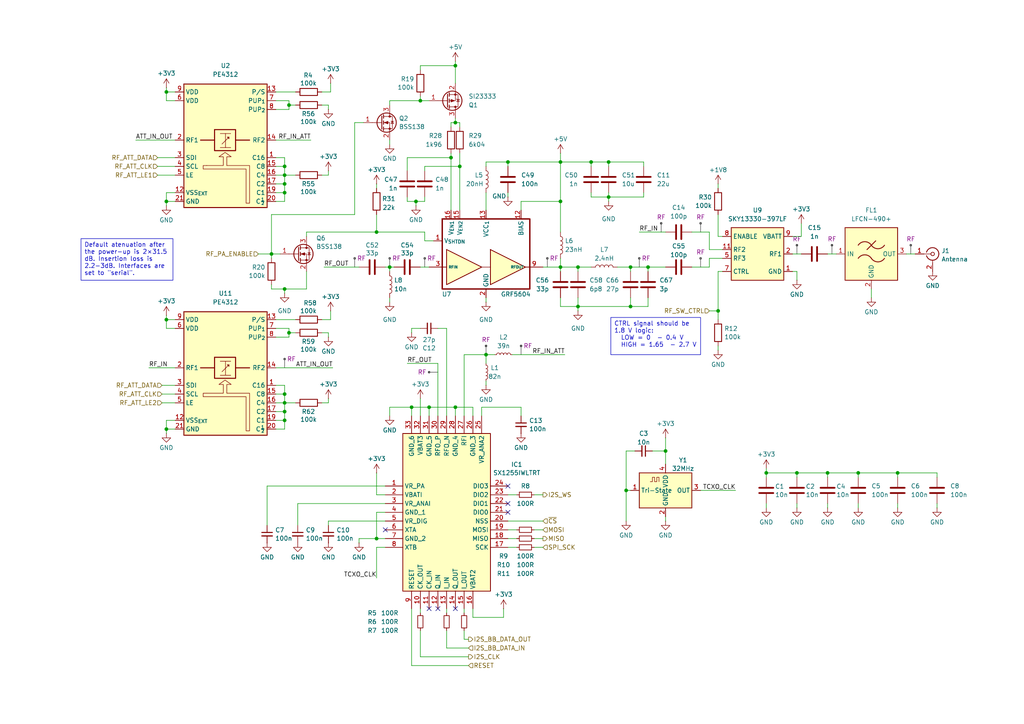
<source format=kicad_sch>
(kicad_sch (version 20250114) (generator "eeschema") (generator_version "9.0")
  (paper "A4")
  (title_block (title "LinHT - Linux-based SDR handheld transceiver") (date "2025-12-03") (rev "B") (company "M17 Foundation") (comment 1 "Author: Wojciech SP5WWP, Andy OE3ANC, Vlastimil OK5VAS"))
  (text_box "CTRL signal should be 1.8 V logic:\n  LOW = 0  - 0.4 V\n  HIGH = 1.65  - 2.7 V" (at 177.165 92.075 0) (size 26.035 10.795) (margins 0.9525 0.9525 0.9525 0.9525) (effects (font (size 1.27 1.27)) (justify left top)))
  (text_box "Default atenuation after the power-up is 2×31.5 dB. Insertion loss is 2.2-3dB. Interfaces are set to \"serial\"." (at 23.495 69.215 0) (size 26.67 12.065) (margins 0.9525 0.9525 0.9525 0.9525) (effects (font (size 1.27 1.27)) (justify left top)))
  (junction (at 83.82 96.52))
  (junction (at 119.38 118.11))
  (junction (at 248.92 137.16))
  (junction (at 82.55 53.34))
  (junction (at 162.56 46.99))
  (junction (at 83.82 30.48))
  (junction (at 167.64 77.47))
  (junction (at 162.56 77.47))
  (junction (at 48.26 124.46))
  (junction (at 132.08 19.05))
  (junction (at 140.97 102.87))
  (junction (at 120.65 58.42))
  (junction (at 113.03 77.47))
  (junction (at 82.55 48.26))
  (junction (at 48.26 58.42))
  (junction (at 187.96 77.47))
  (junction (at 193.04 130.81))
  (junction (at 109.22 67.31))
  (junction (at 82.55 119.38))
  (junction (at 82.55 55.88))
  (junction (at 162.56 58.42))
  (junction (at 176.53 46.99))
  (junction (at 208.28 90.17))
  (junction (at 240.03 137.16))
  (junction (at 82.55 50.8))
  (junction (at 82.55 114.3))
  (junction (at 133.35 48.26))
  (junction (at 48.26 26.67))
  (junction (at 82.55 116.84))
  (junction (at 48.26 92.71))
  (junction (at 130.81 45.72))
  (junction (at 176.53 57.15))
  (junction (at 222.25 137.16))
  (junction (at 171.45 46.99))
  (junction (at 82.55 121.92))
  (junction (at 231.14 137.16))
  (junction (at 109.22 156.21))
  (junction (at 78.74 73.66))
  (junction (at 132.08 35.56))
  (junction (at 147.32 46.99))
  (junction (at 182.88 77.47))
  (junction (at 121.92 29.21))
  (junction (at 82.55 83.82))
  (junction (at 132.08 118.11))
  (junction (at 182.88 88.9))
  (junction (at 260.35 137.16))
  (junction (at 181.61 142.24))
  (junction (at 167.64 88.9))
  (junction (at 124.46 118.11))
  (no_connect (at 132.08 176.53))
  (no_connect (at 147.32 146.05))
  (no_connect (at 124.46 176.53))
  (no_connect (at 147.32 140.97))
  (no_connect (at 147.32 148.59))
  (no_connect (at 111.76 153.67))
  (no_connect (at 127 176.53))
  (wire (pts (xy 121.92 115.57) (xy 121.92 120.65)))
  (wire (pts (xy 109.22 167.64) (xy 109.22 158.75)))
  (wire (pts (xy 85.725 116.84) (xy 82.55 116.84)))
  (wire (pts (xy 109.22 148.59) (xy 109.22 156.21)))
  (wire (pts (xy 147.32 158.75) (xy 149.86 158.75)))
  (wire (pts (xy 176.53 57.15) (xy 176.53 55.88)))
  (wire (pts (xy 82.55 58.42) (xy 80.01 58.42)))
  (wire (pts (xy 74.93 73.66) (xy 78.74 73.66)))
  (wire (pts (xy 132.08 17.78) (xy 132.08 19.05)))
  (wire (pts (xy 82.55 83.82) (xy 82.55 85.09)))
  (wire (pts (xy 109.22 156.21) (xy 111.76 156.21)))
  (wire (pts (xy 129.54 95.25) (xy 127 95.25)))
  (wire (pts (xy 151.13 118.11) (xy 151.13 120.65)))
  (wire (pts (xy 146.05 176.53) (xy 146.05 179.07)))
  (wire (pts (xy 208.28 90.17) (xy 208.28 92.71)))
  (wire (pts (xy 203.2 142.24) (xy 213.36 142.24)))
  (wire (pts (xy 176.53 46.99) (xy 171.45 46.99)))
  (wire (pts (xy 132.08 34.29) (xy 132.08 35.56)))
  (wire (pts (xy 118.11 58.42) (xy 120.65 58.42)))
  (wire (pts (xy 154.94 158.75) (xy 157.48 158.75)))
  (wire (pts (xy 50.8 40.64) (xy 39.37 40.64)))
  (wire (pts (xy 46.99 114.3) (xy 50.8 114.3)))
  (wire (pts (xy 208.28 62.23) (xy 208.28 68.58)))
  (wire (pts (xy 139.7 120.65) (xy 139.7 118.11)))
  (wire (pts (xy 176.53 48.26) (xy 176.53 46.99)))
  (wire (pts (xy 95.885 24.13) (xy 95.885 26.67)))
  (wire (pts (xy 82.55 55.88) (xy 80.01 55.88)))
  (wire (pts (xy 181.61 130.81) (xy 181.61 142.24)))
  (wire (pts (xy 82.55 121.92) (xy 80.01 121.92)))
  (wire (pts (xy 248.92 146.05) (xy 248.92 147.32)))
  (wire (pts (xy 78.74 83.82) (xy 82.55 83.82)))
  (wire (pts (xy 109.22 53.34) (xy 109.22 54.61)))
  (wire (pts (xy 262.89 73.66) (xy 265.43 73.66)))
  (wire (pts (xy 260.35 146.05) (xy 260.35 147.32)))
  (wire (pts (xy 82.55 48.26) (xy 80.01 48.26)))
  (wire (pts (xy 43.18 106.68) (xy 50.8 106.68)))
  (wire (pts (xy 78.74 82.55) (xy 78.74 83.82)))
  (wire (pts (xy 83.82 29.21) (xy 83.82 30.48)))
  (wire (pts (xy 240.03 138.43) (xy 240.03 137.16)))
  (wire (pts (xy 96.52 106.68) (xy 80.01 106.68)))
  (wire (pts (xy 222.25 137.16) (xy 231.14 137.16)))
  (wire (pts (xy 93.345 26.67) (xy 95.885 26.67)))
  (wire (pts (xy 135.89 187.96) (xy 129.54 187.96)))
  (wire (pts (xy 121.92 29.21) (xy 113.03 29.21)))
  (wire (pts (xy 182.88 77.47) (xy 187.96 77.47)))
  (wire (pts (xy 50.8 121.92) (xy 48.26 121.92)))
  (wire (pts (xy 182.88 88.9) (xy 187.96 88.9)))
  (wire (pts (xy 187.96 77.47) (xy 193.04 77.47)))
  (wire (pts (xy 48.26 124.46) (xy 48.26 125.73)))
  (wire (pts (xy 48.26 29.21) (xy 48.26 26.67)))
  (wire (pts (xy 50.8 92.71) (xy 48.26 92.71)))
  (wire (pts (xy 118.11 49.53) (xy 118.11 45.72)))
  (wire (pts (xy 88.9 67.31) (xy 88.9 68.58)))
  (wire (pts (xy 50.8 95.25) (xy 48.26 95.25)))
  (wire (pts (xy 82.55 50.8) (xy 82.55 53.34)))
  (wire (pts (xy 82.55 53.34) (xy 80.01 53.34)))
  (wire (pts (xy 93.98 77.47) (xy 104.14 77.47)))
  (wire (pts (xy 140.97 102.87) (xy 140.97 105.41)))
  (wire (pts (xy 82.55 50.8) (xy 80.01 50.8)))
  (wire (pts (xy 119.38 176.53) (xy 119.38 193.04)))
  (wire (pts (xy 78.74 62.23) (xy 102.87 62.23)))
  (wire (pts (xy 95.885 90.17) (xy 95.885 92.71)))
  (wire (pts (xy 113.03 77.47) (xy 113.03 78.74)))
  (wire (pts (xy 231.14 146.05) (xy 231.14 147.32)))
  (wire (pts (xy 248.92 138.43) (xy 248.92 137.16)))
  (wire (pts (xy 80.01 45.72) (xy 82.55 45.72)))
  (wire (pts (xy 147.32 46.99) (xy 162.56 46.99)))
  (wire (pts (xy 208.28 100.33) (xy 208.28 101.6)))
  (wire (pts (xy 82.55 116.84) (xy 80.01 116.84)))
  (wire (pts (xy 104.14 156.21) (xy 109.22 156.21)))
  (wire (pts (xy 137.16 176.53) (xy 137.16 179.07)))
  (wire (pts (xy 132.08 118.11) (xy 124.46 118.11)))
  (wire (pts (xy 240.03 137.16) (xy 231.14 137.16)))
  (wire (pts (xy 129.54 182.88) (xy 129.54 187.96)))
  (wire (pts (xy 271.78 138.43) (xy 271.78 137.16)))
  (wire (pts (xy 134.62 176.53) (xy 134.62 177.8)))
  (wire (pts (xy 82.55 114.3) (xy 80.01 114.3)))
  (wire (pts (xy 222.25 146.05) (xy 222.25 147.32)))
  (wire (pts (xy 48.26 95.25) (xy 48.26 92.71)))
  (wire (pts (xy 82.55 45.72) (xy 82.55 48.26)))
  (wire (pts (xy 127 105.41) (xy 127 120.65)))
  (wire (pts (xy 109.22 67.31) (xy 123.19 67.31)))
  (wire (pts (xy 95.25 96.52) (xy 95.25 97.79)))
  (wire (pts (xy 95.25 116.84) (xy 95.25 115.57)))
  (wire (pts (xy 113.03 118.11) (xy 113.03 120.65)))
  (wire (pts (xy 129.54 120.65) (xy 129.54 95.25)))
  (wire (pts (xy 123.19 67.31) (xy 123.19 69.85)))
  (wire (pts (xy 147.32 143.51) (xy 149.86 143.51)))
  (wire (pts (xy 132.08 35.56) (xy 133.35 35.56)))
  (wire (pts (xy 121.92 176.53) (xy 121.92 177.8)))
  (wire (pts (xy 140.97 48.26) (xy 140.97 46.99)))
  (wire (pts (xy 88.9 78.74) (xy 88.9 83.82)))
  (wire (pts (xy 80.01 92.71) (xy 85.725 92.71)))
  (wire (pts (xy 185.42 67.31) (xy 193.04 67.31)))
  (wire (pts (xy 48.26 92.71) (xy 48.26 91.44)))
  (wire (pts (xy 154.94 156.21) (xy 157.48 156.21)))
  (wire (pts (xy 132.08 120.65) (xy 132.08 118.11)))
  (wire (pts (xy 167.64 86.36) (xy 167.64 88.9)))
  (wire (pts (xy 205.74 72.39) (xy 205.74 67.31)))
  (wire (pts (xy 88.9 83.82) (xy 82.55 83.82)))
  (wire (pts (xy 118.11 45.72) (xy 130.81 45.72)))
  (wire (pts (xy 82.55 119.38) (xy 82.55 121.92)))
  (wire (pts (xy 171.45 57.15) (xy 176.53 57.15)))
  (wire (pts (xy 147.32 156.21) (xy 149.86 156.21)))
  (wire (pts (xy 140.97 111.76) (xy 140.97 110.49)))
  (wire (pts (xy 162.56 44.45) (xy 162.56 46.99)))
  (wire (pts (xy 82.55 121.92) (xy 82.55 124.46)))
  (wire (pts (xy 171.45 48.26) (xy 171.45 46.99)))
  (wire (pts (xy 137.16 179.07) (xy 146.05 179.07)))
  (wire (pts (xy 86.36 146.05) (xy 86.36 152.4)))
  (wire (pts (xy 154.94 153.67) (xy 157.48 153.67)))
  (wire (pts (xy 93.345 92.71) (xy 95.885 92.71)))
  (wire (pts (xy 45.72 45.72) (xy 50.8 45.72)))
  (wire (pts (xy 124.46 118.11) (xy 124.46 120.65)))
  (wire (pts (xy 130.81 45.72) (xy 130.81 60.96)))
  (wire (pts (xy 82.55 111.76) (xy 82.55 114.3)))
  (wire (pts (xy 167.64 77.47) (xy 171.45 77.47)))
  (wire (pts (xy 205.74 74.93) (xy 205.74 77.47)))
  (wire (pts (xy 151.13 58.42) (xy 151.13 60.96)))
  (wire (pts (xy 48.26 121.92) (xy 48.26 124.46)))
  (wire (pts (xy 148.59 102.87) (xy 163.83 102.87)))
  (wire (pts (xy 132.08 19.05) (xy 132.08 24.13)))
  (wire (pts (xy 167.64 77.47) (xy 167.64 78.74)))
  (wire (pts (xy 260.35 138.43) (xy 260.35 137.16)))
  (wire (pts (xy 135.89 190.5) (xy 121.92 190.5)))
  (wire (pts (xy 240.03 137.16) (xy 248.92 137.16)))
  (wire (pts (xy 252.73 83.82) (xy 252.73 86.36)))
  (wire (pts (xy 193.04 127) (xy 193.04 130.81)))
  (wire (pts (xy 271.78 137.16) (xy 260.35 137.16)))
  (wire (pts (xy 133.35 44.45) (xy 133.35 48.26)))
  (wire (pts (xy 50.8 55.88) (xy 48.26 55.88)))
  (wire (pts (xy 80.01 95.25) (xy 83.82 95.25)))
  (wire (pts (xy 186.69 57.15) (xy 186.69 55.88)))
  (wire (pts (xy 82.55 48.26) (xy 82.55 50.8)))
  (wire (pts (xy 209.55 74.93) (xy 205.74 74.93)))
  (wire (pts (xy 86.36 146.05) (xy 111.76 146.05)))
  (wire (pts (xy 82.55 55.88) (xy 82.55 58.42)))
  (wire (pts (xy 187.96 77.47) (xy 187.96 78.74)))
  (wire (pts (xy 113.03 40.64) (xy 113.03 41.91)))
  (wire (pts (xy 134.62 185.42) (xy 135.89 185.42)))
  (wire (pts (xy 50.8 29.21) (xy 48.26 29.21)))
  (wire (pts (xy 209.55 78.74) (xy 208.28 78.74)))
  (wire (pts (xy 193.04 149.86) (xy 193.04 151.13)))
  (wire (pts (xy 130.81 35.56) (xy 130.81 36.83)))
  (wire (pts (xy 82.55 116.84) (xy 82.55 119.38)))
  (wire (pts (xy 186.69 48.26) (xy 186.69 46.99)))
  (wire (pts (xy 162.56 88.9) (xy 167.64 88.9)))
  (wire (pts (xy 83.82 95.25) (xy 83.82 96.52)))
  (wire (pts (xy 121.92 20.32) (xy 121.92 19.05)))
  (wire (pts (xy 95.25 151.13) (xy 95.25 152.4)))
  (wire (pts (xy 167.64 88.9) (xy 182.88 88.9)))
  (wire (pts (xy 123.19 48.26) (xy 133.35 48.26)))
  (wire (pts (xy 187.96 86.36) (xy 187.96 88.9)))
  (wire (pts (xy 83.82 96.52) (xy 83.82 97.79)))
  (wire (pts (xy 222.25 135.89) (xy 222.25 137.16)))
  (wire (pts (xy 189.23 130.81) (xy 193.04 130.81)))
  (wire (pts (xy 95.25 30.48) (xy 95.25 31.75)))
  (wire (pts (xy 114.3 77.47) (xy 113.03 77.47)))
  (wire (pts (xy 78.74 73.66) (xy 78.74 74.93)))
  (wire (pts (xy 121.92 182.88) (xy 121.92 190.5)))
  (wire (pts (xy 82.55 114.3) (xy 82.55 116.84)))
  (wire (pts (xy 95.25 151.13) (xy 111.76 151.13)))
  (wire (pts (xy 176.53 57.15) (xy 186.69 57.15)))
  (wire (pts (xy 130.81 44.45) (xy 130.81 45.72)))
  (wire (pts (xy 90.17 40.64) (xy 80.01 40.64)))
  (wire (pts (xy 140.97 46.99) (xy 147.32 46.99)))
  (wire (pts (xy 229.87 73.66) (xy 232.41 73.66)))
  (wire (pts (xy 147.32 151.13) (xy 157.48 151.13)))
  (wire (pts (xy 137.16 118.11) (xy 132.08 118.11)))
  (wire (pts (xy 193.04 130.81) (xy 193.04 134.62)))
  (wire (pts (xy 135.89 193.04) (xy 119.38 193.04)))
  (wire (pts (xy 109.22 62.23) (xy 109.22 67.31)))
  (wire (pts (xy 162.56 58.42) (xy 162.56 67.31)))
  (wire (pts (xy 78.74 73.66) (xy 81.28 73.66)))
  (wire (pts (xy 93.345 30.48) (xy 95.25 30.48)))
  (wire (pts (xy 181.61 142.24) (xy 182.88 142.24)))
  (wire (pts (xy 134.62 102.87) (xy 140.97 102.87)))
  (wire (pts (xy 88.9 67.31) (xy 109.22 67.31)))
  (wire (pts (xy 162.56 74.93) (xy 162.56 77.47)))
  (wire (pts (xy 102.87 62.23) (xy 102.87 35.56)))
  (wire (pts (xy 162.56 77.47) (xy 167.64 77.47)))
  (wire (pts (xy 118.11 57.15) (xy 118.11 58.42)))
  (wire (pts (xy 119.38 120.65) (xy 119.38 118.11)))
  (wire (pts (xy 109.22 158.75) (xy 111.76 158.75)))
  (wire (pts (xy 82.55 119.38) (xy 80.01 119.38)))
  (wire (pts (xy 85.725 50.8) (xy 82.55 50.8)))
  (wire (pts (xy 85.725 96.52) (xy 83.82 96.52)))
  (wire (pts (xy 130.81 35.56) (xy 132.08 35.56)))
  (wire (pts (xy 80.01 29.21) (xy 83.82 29.21)))
  (wire (pts (xy 113.03 86.36) (xy 113.03 87.63)))
  (wire (pts (xy 111.76 77.47) (xy 113.03 77.47)))
  (wire (pts (xy 48.26 55.88) (xy 48.26 58.42)))
  (wire (pts (xy 240.03 73.66) (xy 242.57 73.66)))
  (wire (pts (xy 229.87 78.74) (xy 231.14 78.74)))
  (wire (pts (xy 123.19 49.53) (xy 123.19 48.26)))
  (wire (pts (xy 93.345 50.8) (xy 95.25 50.8)))
  (wire (pts (xy 147.32 46.99) (xy 147.32 48.26)))
  (wire (pts (xy 50.8 50.8) (xy 45.72 50.8)))
  (wire (pts (xy 85.725 30.48) (xy 83.82 30.48)))
  (wire (pts (xy 121.92 19.05) (xy 132.08 19.05)))
  (wire (pts (xy 229.87 68.58) (xy 232.41 68.58)))
  (wire (pts (xy 121.92 77.47) (xy 124.46 77.47)))
  (wire (pts (xy 80.01 111.76) (xy 82.55 111.76)))
  (wire (pts (xy 111.76 148.59) (xy 109.22 148.59)))
  (wire (pts (xy 184.15 130.81) (xy 181.61 130.81)))
  (wire (pts (xy 121.92 95.25) (xy 119.38 95.25)))
  (wire (pts (xy 93.345 96.52) (xy 95.25 96.52)))
  (wire (pts (xy 151.13 58.42) (xy 162.56 58.42)))
  (wire (pts (xy 48.26 58.42) (xy 50.8 58.42)))
  (wire (pts (xy 157.48 77.47) (xy 162.56 77.47)))
  (wire (pts (xy 45.72 48.26) (xy 50.8 48.26)))
  (wire (pts (xy 50.8 26.67) (xy 48.26 26.67)))
  (wire (pts (xy 119.38 95.25) (xy 119.38 96.52)))
  (wire (pts (xy 129.54 176.53) (xy 129.54 177.8)))
  (wire (pts (xy 82.55 53.34) (xy 82.55 55.88)))
  (wire (pts (xy 93.345 116.84) (xy 95.25 116.84)))
  (wire (pts (xy 134.62 182.88) (xy 134.62 185.42)))
  (wire (pts (xy 78.74 73.66) (xy 78.74 62.23)))
  (wire (pts (xy 208.28 68.58) (xy 209.55 68.58)))
  (wire (pts (xy 139.7 118.11) (xy 151.13 118.11)))
  (wire (pts (xy 147.32 153.67) (xy 149.86 153.67)))
  (wire (pts (xy 133.35 36.83) (xy 133.35 35.56)))
  (wire (pts (xy 48.26 26.67) (xy 48.26 25.4)))
  (wire (pts (xy 200.66 77.47) (xy 205.74 77.47)))
  (wire (pts (xy 205.74 90.17) (xy 208.28 90.17)))
  (wire (pts (xy 46.99 111.76) (xy 50.8 111.76)))
  (wire (pts (xy 133.35 48.26) (xy 133.35 60.96)))
  (wire (pts (xy 140.97 86.36) (xy 140.97 87.63)))
  (wire (pts (xy 182.88 86.36) (xy 182.88 88.9)))
  (wire (pts (xy 147.32 55.88) (xy 147.32 57.15)))
  (wire (pts (xy 83.82 30.48) (xy 83.82 31.75)))
  (wire (pts (xy 48.26 124.46) (xy 50.8 124.46)))
  (wire (pts (xy 95.25 50.8) (xy 95.25 49.53)))
  (wire (pts (xy 118.11 105.41) (xy 127 105.41)))
  (wire (pts (xy 208.28 78.74) (xy 208.28 90.17)))
  (wire (pts (xy 119.38 118.11) (xy 113.03 118.11)))
  (wire (pts (xy 232.41 68.58) (xy 232.41 64.77)))
  (wire (pts (xy 50.8 116.84) (xy 46.99 116.84)))
  (wire (pts (xy 77.47 140.97) (xy 77.47 152.4)))
  (wire (pts (xy 80.01 31.75) (xy 83.82 31.75)))
  (wire (pts (xy 137.16 120.65) (xy 137.16 118.11)))
  (wire (pts (xy 124.46 29.21) (xy 121.92 29.21)))
  (wire (pts (xy 162.56 86.36) (xy 162.56 88.9)))
  (wire (pts (xy 271.78 146.05) (xy 271.78 147.32)))
  (wire (pts (xy 171.45 46.99) (xy 162.56 46.99)))
  (wire (pts (xy 200.66 67.31) (xy 205.74 67.31)))
  (wire (pts (xy 248.92 137.16) (xy 260.35 137.16)))
  (wire (pts (xy 82.55 124.46) (xy 80.01 124.46)))
  (wire (pts (xy 231.14 78.74) (xy 231.14 81.28)))
  (wire (pts (xy 102.87 35.56) (xy 105.41 35.56)))
  (wire (pts (xy 109.22 137.16) (xy 109.22 143.51)))
  (wire (pts (xy 181.61 142.24) (xy 181.61 151.13)))
  (wire (pts (xy 171.45 55.88) (xy 171.45 57.15)))
  (wire (pts (xy 240.03 146.05) (xy 240.03 147.32)))
  (wire (pts (xy 162.56 77.47) (xy 162.56 78.74)))
  (wire (pts (xy 140.97 55.88) (xy 140.97 60.96)))
  (wire (pts (xy 208.28 53.34) (xy 208.28 54.61)))
  (wire (pts (xy 109.22 143.51) (xy 111.76 143.51)))
  (wire (pts (xy 124.46 118.11) (xy 119.38 118.11)))
  (wire (pts (xy 176.53 46.99) (xy 186.69 46.99)))
  (wire (pts (xy 123.19 58.42) (xy 123.19 57.15)))
  (wire (pts (xy 154.94 143.51) (xy 157.48 143.51)))
  (wire (pts (xy 120.65 58.42) (xy 123.19 58.42)))
  (wire (pts (xy 113.03 29.21) (xy 113.03 30.48)))
  (wire (pts (xy 140.97 102.87) (xy 143.51 102.87)))
  (wire (pts (xy 80.01 97.79) (xy 83.82 97.79)))
  (wire (pts (xy 179.07 77.47) (xy 182.88 77.47)))
  (wire (pts (xy 134.62 120.65) (xy 134.62 102.87)))
  (wire (pts (xy 123.19 69.85) (xy 125.73 69.85)))
  (wire (pts (xy 231.14 137.16) (xy 231.14 138.43)))
  (wire (pts (xy 77.47 140.97) (xy 111.76 140.97)))
  (wire (pts (xy 80.01 26.67) (xy 85.725 26.67)))
  (wire (pts (xy 167.64 88.9) (xy 167.64 90.17)))
  (wire (pts (xy 48.26 58.42) (xy 48.26 59.69)))
  (wire (pts (xy 176.53 57.15) (xy 176.53 58.42)))
  (wire (pts (xy 121.92 29.21) (xy 121.92 27.94)))
  (wire (pts (xy 209.55 72.39) (xy 205.74 72.39)))
  (wire (pts (xy 182.88 77.47) (xy 182.88 78.74)))
  (wire (pts (xy 162.56 46.99) (xy 162.56 58.42)))
  (wire (pts (xy 104.14 156.21) (xy 104.14 157.48)))
  (wire (pts (xy 120.65 58.42) (xy 120.65 59.69)))
  (wire (pts (xy 222.25 138.43) (xy 222.25 137.16)))
  (label "TCXO_CLK" (at 109.22 167.64 180))
  (label "RF_IN" (at 185.42 67.31 0))
  (label "ATT_IN_OUT" (at 39.37 40.64 0))
  (label "TCXO_CLK" (at 213.36 142.24 180))
  (label "ATT_IN_OUT" (at 96.52 106.68 180))
  (label "RF_IN_ATT" (at 163.83 102.87 180))
  (label "RF_IN_ATT" (at 90.17 40.64 180))
  (label "RF_OUT" (at 118.11 105.41 0))
  (label "RF_IN" (at 43.18 106.68 0))
  (label "RF_OUT" (at 93.98 77.47 0))
  (hierarchical_label "RF_ATT_LE1" (shape input) (at 45.72 50.8 180))
  (hierarchical_label "RESET" (shape input) (at 135.89 193.04 0))
  (hierarchical_label "~{CS}" (shape input) (at 157.48 151.13 0))
  (hierarchical_label "I2S_WS" (shape output) (at 157.48 143.51 0))
  (hierarchical_label "RF_ATT_CLK" (shape input) (at 45.72 48.26 180))
  (hierarchical_label "MOSI" (shape input) (at 157.48 153.67 0))
  (hierarchical_label "RF_ATT_DATA" (shape input) (at 46.99 111.76 180))
  (hierarchical_label "I2S_CLK" (shape output) (at 135.89 190.5 0))
  (hierarchical_label "RF_ATT_CLK" (shape input) (at 46.99 114.3 180))
  (hierarchical_label "I2S_BB_DATA_OUT" (shape output) (at 135.89 185.42 0))
  (hierarchical_label "RF_PA_ENABLE" (shape input) (at 74.93 73.66 180))
  (hierarchical_label "MISO" (shape output) (at 157.48 156.21 0))
  (hierarchical_label "SPI_SCK" (shape input) (at 157.48 158.75 0))
  (hierarchical_label "RF_ATT_DATA" (shape input) (at 45.72 45.72 180))
  (hierarchical_label "RF_SW_CTRL" (shape input) (at 205.74 90.17 180))
  (hierarchical_label "RF_ATT_LE2" (shape input) (at 46.99 116.84 180))
  (hierarchical_label "I2S_BB_DATA_IN" (shape input) (at 135.89 187.96 0))
  (netclass_flag "" (length 2.54) (shape dot) (at 102.87 77.47 0) (property "Netclass" "RF" (at 103.5685 74.93 0) (effects (justify left))))
  (netclass_flag "" (length 2.54) (shape dot) (at 140.97 102.87 0) (property "Netclass" "RF" (at 139.7 98.552 0) (effects (justify left))))
  (netclass_flag "" (length 2.54) (shape dot) (at 203.2 67.31 0) (property "Netclass" "RF" (at 201.93 62.992 0) (effects (justify left))))
  (netclass_flag "" (length 2.54) (shape dot) (at 151.13 102.87 0) (property "Netclass" "RF" (at 151.8285 100.33 0) (effects (justify left))))
  (netclass_flag "" (length 2.54) (shape dot) (at 185.42 77.47 0) (property "Netclass" "RF" (at 186.1185 74.93 0) (effects (justify left))))
  (netclass_flag "" (length 2.54) (shape dot) (at 158.75 77.47 0) (property "Netclass" "RF" (at 159.4485 74.93 0) (effects (justify left))))
  (netclass_flag "" (length 2.54) (shape dot) (at 241.3 73.66 0) (property "Netclass" "RF" (at 240.03 69.342 0) (effects (justify left))))
  (netclass_flag "" (length 2.54) (shape dot) (at 264.16 73.66 0) (property "Netclass" "RF" (at 262.89 69.342 0) (effects (justify left))))
  (netclass_flag "" (length 2.54) (shape dot) (at 123.19 77.47 0) (property "Netclass" "RF" (at 123.8885 74.93 0) (effects (justify left))))
  (netclass_flag "" (length 2.54) (shape dot) (at 113.03 77.47 0) (property "Netclass" "RF" (at 113.7285 74.93 0) (effects (justify left))))
  (netclass_flag "" (length 2.54) (shape dot) (at 127 107.95 90) (property "Netclass" "RF" (at 121.158 107.95 0) (effects (justify left))))
  (netclass_flag "" (length 2.54) (shape dot) (at 203.2 77.47 0) (property "Netclass" "RF" (at 201.93 73.152 0) (effects (justify left))))
  (netclass_flag "" (length 2.54) (shape dot) (at 191.77 67.31 0) (property "Netclass" "RF" (at 190.5 62.992 0) (effects (justify left))))
  (netclass_flag "" (length 2.54) (shape dot) (at 231.14 73.66 0) (property "Netclass" "RF" (at 229.87 69.342 0) (effects (justify left))))
  (netclass_flag "" (length 2.54) (shape dot) (at 82.55 106.68 0) (property "Netclass" "RF" (at 83.2485 104.14 0) (effects (justify left))))
  (symbol (lib_id "Device:C_Small") (at 95.25 154.94 0) (unit 1)
    (property "Reference" "C10" (at 97.5741 153.7342 0) (effects (justify left)))
    (property "Value" "100n" (at 97.5741 156.1584 0) (effects (justify left)))
    (property "Footprint" "Capacitor_SMD:C_0402_1005Metric" (effects (hide yes)))
    (property "Description" "Unpolarized capacitor, small symbol" (effects (hide yes)))
    (property "PN" "187-CL05B104KO5NNNC" (effects (hide yes)))
    (property "MPN" "CL05B104KO5NNNC" (effects (hide yes)))
    (property "LCSC" "C1525" (effects (hide yes)))
  )
  (symbol (lib_id "Device:R") (at 89.535 26.67 270) (unit 1)
    (property "Reference" "R4" (at 88.011 21.844 90) (effects (justify left)))
    (property "Value" "100k" (at 86.995 24.13 90) (effects (justify left)))
    (property "Footprint" "Resistor_SMD:R_0402_1005Metric" (effects (hide yes)))
    (property "Description" "Resistor" (effects (hide yes)))
    (property "LCSC" "C25741" (effects (hide yes)))
    (property "MPN" "0402WGF1003TCE" (effects (hide yes)))
  )
  (symbol (lib_id "Device:C") (at 162.56 82.55 0) (mirror x) (unit 1)
    (property "Reference" "C56" (at 159.258 81.28 0) (effects (justify right)))
    (property "Value" "33p" (at 159.258 83.82 0) (effects (justify right)))
    (property "Footprint" "Capacitor_SMD:C_0402_1005Metric" (effects (hide yes)))
    (property "Description" "Unpolarized capacitor" (effects (hide yes)))
    (property "LCSC" "C464434" (effects (hide yes)))
    (property "MP" "GJM1555C1H330FB01D" (effects (hide yes)))
    (property "MPN" "GJM1555C1H330FB01D" (effects (hide yes)))
  )
  (symbol (lib_id "power:GND") (at 208.28 101.6 0) (mirror y) (unit 1)
    (property "Reference" "#PWR026" (effects (hide yes)))
    (property "Value" "GND" (at 208.28 105.7331 0))
    (property "Description" "Power symbol creates a global label with name \"GND\" , ground" (effects (hide yes)))
  )
  (symbol (lib_id "power:+3V3") (at 95.885 24.13 0) (unit 1)
    (property "Reference" "#PWR0114" (effects (hide yes)))
    (property "Value" "+3V3" (at 95.885 19.9969 0))
    (property "Description" "Power symbol creates a global label with name \"+3V3\"" (effects (hide yes)))
  )
  (symbol (lib_id "Device:C") (at 222.25 142.24 0) (unit 1)
    (property "Reference" "C1" (at 224.79 141.0858 0) (effects (justify left)))
    (property "Value" "10n" (at 224.79 143.51 0) (effects (justify left)))
    (property "Footprint" "Capacitor_SMD:C_0402_1005Metric" (effects (hide yes)))
    (property "Description" "Unpolarized capacitor" (effects (hide yes)))
    (property "PN" "187-CL05B103KO5NNNC" (effects (hide yes)))
    (property "MPN" "CL05B103KO5NNNC" (effects (hide yes)))
    (property "LCSC" "C318577" (effects (hide yes)))
  )
  (symbol (lib_id "Device:C_Small") (at 151.13 123.19 0) (unit 1)
    (property "Reference" "C13" (at 153.4541 121.9842 0) (effects (justify left)))
    (property "Value" "100n" (at 153.4541 124.4084 0) (effects (justify left)))
    (property "Footprint" "Capacitor_SMD:C_0402_1005Metric" (effects (hide yes)))
    (property "Description" "Unpolarized capacitor, small symbol" (effects (hide yes)))
    (property "PN" "187-CL05B104KO5NNNC" (effects (hide yes)))
    (property "MPN" "CL05B104KO5NNNC" (effects (hide yes)))
    (property "LCSC" "C1525" (effects (hide yes)))
  )
  (symbol (lib_id "Device:C") (at 176.53 52.07 180) (unit 1)
    (property "Reference" "C51" (at 180.34 50.7999 0) (effects (justify right)))
    (property "Value" "10u" (at 180.34 53.3399 0) (effects (justify right)))
    (property "Footprint" "Capacitor_SMD:C_0402_1005Metric" (effects (hide yes)))
    (property "Description" "Unpolarized capacitor" (effects (hide yes)))
    (property "LCSC" "C15525" (effects (hide yes)))
    (property "MP" "GRM155C80J106ME11D" (effects (hide yes)))
    (property "MPN" "CL05A106MQ5NUNC" (effects (hide yes)))
    (property "PN" "187-CL05A106MQ5NUNC" (effects (hide yes)))
  )
  (symbol (lib_id "Device:L") (at 140.97 52.07 0) (unit 1)
    (property "Reference" "L5" (at 137.668 50.8 0) (effects (justify left)))
    (property "Value" "20nH" (at 135.128 53.34 0) (effects (justify left)))
    (property "Footprint" "Inductor_SMD:L_0402_1005Metric" (effects (hide yes)))
    (property "Description" "Inductor" (effects (hide yes)))
    (property "LCSC" "C20623501" (effects (hide yes)))
    (property "MP" "0402HP-20NXGLW" (effects (hide yes)))
  )
  (symbol (lib_id "power:GND") (at 181.61 151.13 0) (unit 1)
    (property "Reference" "#PWR06" (effects (hide yes)))
    (property "Value" "GND" (at 181.61 155.2631 0))
    (property "Description" "Power symbol creates a global label with name \"GND\" , ground" (effects (hide yes)))
  )
  (symbol (lib_id "Device:C") (at 196.85 67.31 90) (unit 1)
    (property "Reference" "C14" (at 196.85 60.198 90))
    (property "Value" "100p" (at 196.85 62.738 90))
    (property "Footprint" "Capacitor_SMD:C_0402_1005Metric" (effects (hide yes)))
    (property "Description" "Unpolarized capacitor" (effects (hide yes)))
    (property "LCSC" "C77177" (effects (hide yes)))
    (property "MP" "GRM1555C1H101JA01D" (effects (hide yes)))
    (property "MPN" "GRM1555C1H101JA01D" (effects (hide yes)))
  )
  (symbol (lib_id "power:GND") (at 95.25 97.79 0) (mirror y) (unit 1)
    (property "Reference" "#PWR0123" (effects (hide yes)))
    (property "Value" "GND" (at 95.25 101.9231 0))
    (property "Description" "Power symbol creates a global label with name \"GND\" , ground" (effects (hide yes)))
  )
  (symbol (lib_id "power:GND") (at 113.03 120.65 0) (unit 1)
    (property "Reference" "#PWR019" (effects (hide yes)))
    (property "Value" "GND" (at 113.03 124.7831 0))
    (property "Description" "Power symbol creates a global label with name \"GND\" , ground" (effects (hide yes)))
  )
  (symbol (lib_id "power:GND") (at 77.47 157.48 0) (unit 1)
    (property "Reference" "#PWR013" (effects (hide yes)))
    (property "Value" "GND" (at 77.47 161.6131 0))
    (property "Description" "Power symbol creates a global label with name \"GND\" , ground" (effects (hide yes)))
  )
  (symbol (lib_id "Device:R") (at 208.28 96.52 0) (unit 1)
    (property "Reference" "R12" (at 210.058 95.3078 0) (effects (justify left)))
    (property "Value" "100k" (at 210.058 97.7321 0) (effects (justify left)))
    (property "Footprint" "Resistor_SMD:R_0402_1005Metric" (effects (hide yes)))
    (property "Description" "Resistor" (effects (hide yes)))
    (property "LCSC" "C25741" (effects (hide yes)))
    (property "MPN" "0402WGF1003TCE" (effects (hide yes)))
  )
  (symbol (lib_id "Device:L_Small") (at 146.05 102.87 270) (mirror x) (unit 1)
    (property "Reference" "L2" (at 146.05 97.79 90))
    (property "Value" "39n" (at 146.05 100.33 90))
    (property "Footprint" "Inductor_SMD:L_0603_1608Metric" (effects (hide yes)))
    (property "Description" "Inductor, small symbol" (effects (hide yes)))
    (property "MPN" "AISC-0603-R039J-T" (effects (hide yes)))
    (property "PN" "815-AISC-0603-R039-J" (effects (hide yes)))
    (property "LCSC" "C186893" (effects (hide yes)))
  )
  (symbol (lib_id "Device:C") (at 147.32 52.07 180) (unit 1)
    (property "Reference" "C49" (at 151.13 50.7999 0) (effects (justify right)))
    (property "Value" "100n" (at 151.13 53.3399 0) (effects (justify right)))
    (property "Footprint" "Capacitor_SMD:C_0402_1005Metric" (effects (hide yes)))
    (property "Description" "Unpolarized capacitor" (effects (hide yes)))
    (property "LCSC" "C1525" (effects (hide yes)))
    (property "MP" "GRM155C71H104KE19D" (effects (hide yes)))
    (property "MPN" "CL05B104KO5NNNC" (effects (hide yes)))
    (property "PN" "187-CL05B104KO5NNNC" (effects (hide yes)))
  )
  (symbol (lib_id "power:GND") (at 119.38 96.52 0) (unit 1)
    (property "Reference" "#PWR020" (effects (hide yes)))
    (property "Value" "GND" (at 119.38 100.6531 0))
    (property "Description" "Power symbol creates a global label with name \"GND\" , ground" (effects (hide yes)))
  )
  (symbol (lib_id "parts:PE4312") (at 50.8 92.71 0) (unit 1)
    (property "Reference" "U11" (at 65.405 85.09 0))
    (property "Value" "PE4312" (at 65.405 87.63 0))
    (property "Footprint" "Package_DFN_QFN:QFN-20-1EP_4x4mm_P0.5mm_EP2.5x2.5mm" (effects (hide yes)))
    (property "Datasheet" "https://www.psemi.com/pdf/datasheets/pe4312ds.pdf" (effects (hide yes)))
    (property "Description" "UltraCMOS® RF Digital Step Attenuator 6-bit, 31.5 dB, 1 MHz–4 GHz" (effects (hide yes)))
    (property "LCSC" "C500480" (effects (hide yes)))
    (property "MPN" "PE4312C-Z " (effects (hide yes)))
    (property "PN" "81-PE4312C-Z" (effects (hide yes)))
  )
  (symbol (lib_id "Device:R") (at 208.28 58.42 0) (mirror y) (unit 1)
    (property "Reference" "R30" (at 206.502 57.2078 0) (effects (justify left)))
    (property "Value" "100k" (at 206.502 59.6321 0) (effects (justify left)))
    (property "Footprint" "Resistor_SMD:R_0402_1005Metric" (effects (hide yes)))
    (property "Description" "Resistor" (effects (hide yes)))
    (property "LCSC" "C25741" (effects (hide yes)))
    (property "MPN" "0402WGF1003TCE" (effects (hide yes)))
  )
  (symbol (lib_id "Device:C") (at 271.78 142.24 0) (unit 1)
    (property "Reference" "C8" (at 275.59 140.9699 0) (effects (justify left)))
    (property "Value" "100n" (at 275.59 143.5099 0) (effects (justify left)))
    (property "Footprint" "Capacitor_SMD:C_0402_1005Metric" (effects (hide yes)))
    (property "Description" "Unpolarized capacitor" (effects (hide yes)))
    (property "PN" "187-CL05B104KO5NNNC" (effects (hide yes)))
    (property "MPN" "CL05B104KO5NNNC" (effects (hide yes)))
    (property "LCSC" "C1525" (effects (hide yes)))
  )
  (symbol (lib_id "Device:R") (at 89.535 92.71 270) (unit 1)
    (property "Reference" "R58" (at 88.011 87.884 90) (effects (justify left)))
    (property "Value" "100k" (at 86.995 90.17 90) (effects (justify left)))
    (property "Footprint" "Resistor_SMD:R_0402_1005Metric" (effects (hide yes)))
    (property "Description" "Resistor" (effects (hide yes)))
    (property "LCSC" "C25741" (effects (hide yes)))
    (property "MPN" "0402WGF1003TCE" (effects (hide yes)))
  )
  (symbol (lib_id "Device:C_Small") (at 77.47 154.94 0) (unit 1)
    (property "Reference" "C7" (at 79.7941 153.7342 0) (effects (justify left)))
    (property "Value" "100n" (at 79.7941 156.1584 0) (effects (justify left)))
    (property "Footprint" "Capacitor_SMD:C_0402_1005Metric" (effects (hide yes)))
    (property "Description" "Unpolarized capacitor, small symbol" (effects (hide yes)))
    (property "PN" "187-CL05B104KO5NNNC" (effects (hide yes)))
    (property "MPN" "CL05B104KO5NNNC" (effects (hide yes)))
    (property "LCSC" "C1525" (effects (hide yes)))
  )
  (symbol (lib_id "power:+3V3") (at 121.92 115.57 0) (unit 1)
    (property "Reference" "#PWR021" (effects (hide yes)))
    (property "Value" "+3V3" (at 121.92 111.4369 0))
    (property "Description" "Power symbol creates a global label with name \"+3V3\"" (effects (hide yes)))
  )
  (symbol (lib_id "Device:C") (at 260.35 142.24 0) (unit 1)
    (property "Reference" "C6" (at 264.16 140.9699 0) (effects (justify left)))
    (property "Value" "100n" (at 264.16 143.51 0) (effects (justify left)))
    (property "Footprint" "Capacitor_SMD:C_0402_1005Metric" (effects (hide yes)))
    (property "Description" "Unpolarized capacitor" (effects (hide yes)))
    (property "PN" "187-CL05B104KO5NNNC" (effects (hide yes)))
    (property "MPN" "CL05B104KO5NNNC" (effects (hide yes)))
    (property "LCSC" "C1525" (effects (hide yes)))
  )
  (symbol (lib_id "Device:R_Small") (at 152.4 143.51 270) (unit 1)
    (property "Reference" "R8" (at 152.4 140.97 90))
    (property "Value" "100R" (at 152.4 146.05 90))
    (property "Footprint" "Resistor_SMD:R_0402_1005Metric" (effects (hide yes)))
    (property "Description" "Resistor, small symbol" (effects (hide yes)))
    (property "MPN" "0402WGF1000TCE" (effects (hide yes)))
    (property "LCSC" "C25076" (effects (hide yes)))
  )
  (symbol (lib_id "Device:C_Small") (at 124.46 95.25 270) (mirror x) (unit 1)
    (property "Reference" "C12" (at 124.4536 100.9564 90))
    (property "Value" "27p" (at 124.4536 98.5322 90))
    (property "Footprint" "Capacitor_SMD:C_0402_1005Metric" (effects (hide yes)))
    (property "Description" "Unpolarized capacitor, small symbol" (effects (hide yes)))
    (property "PN" "603-CC402JRNPO9BN270" (effects (hide yes)))
    (property "MPN" "CC0402JRNPO9BN270" (effects (hide yes)))
    (property "LCSC" "C107002" (effects (hide yes)))
  )
  (symbol (lib_id "power:GND") (at 48.26 59.69 0) (mirror y) (unit 1)
    (property "Reference" "#PWR0113" (effects (hide yes)))
    (property "Value" "GND" (at 48.26 63.8231 0))
    (property "Description" "Power symbol creates a global label with name \"GND\" , ground" (effects (hide yes)))
  )
  (symbol (lib_id "Device:C_Small") (at 186.69 130.81 270) (unit 1)
    (property "Reference" "C3" (at 186.69 125.73 90))
    (property "Value" "10n" (at 186.69 128.27 90))
    (property "Footprint" "Capacitor_SMD:C_0402_1005Metric" (effects (hide yes)))
    (property "Description" "Unpolarized capacitor, small symbol" (effects (hide yes)))
    (property "PN" "187-CL05B103KO5NNNC" (effects (hide yes)))
    (property "MPN" "CL05B103KO5NNNC" (effects (hide yes)))
    (property "LCSC" "C318577" (effects (hide yes)))
  )
  (symbol (lib_id "Device:C") (at 171.45 52.07 0) (mirror x) (unit 1)
    (property "Reference" "C50" (at 167.64 50.7999 0) (effects (justify right)))
    (property "Value" "1n" (at 167.64 53.3399 0) (effects (justify right)))
    (property "Footprint" "Capacitor_SMD:C_0402_1005Metric" (effects (hide yes)))
    (property "Description" "Unpolarized capacitor" (effects (hide yes)))
    (property "LCSC" "C113780" (effects (hide yes)))
    (property "MP" "GRM1555C1H102FA01D" (effects (hide yes)))
    (property "MPN" "CC0402JRNPO9BN102" (effects (hide yes)))
    (property "PN" "603-CC402JRNPO9BN102" (effects (hide yes)))
  )
  (symbol (lib_id "Device:L") (at 113.03 82.55 0) (unit 1)
    (property "Reference" "L8" (at 114.3 81.2799 0) (effects (justify left)))
    (property "Value" "10n" (at 114.3 83.8199 0) (effects (justify left)))
    (property "Footprint" "Inductor_SMD:L_0402_1005Metric" (effects (hide yes)))
    (property "Description" "Inductor" (effects (hide yes)))
    (property "LCSC" "C668375" (effects (hide yes)))
    (property "MP" "LQG15HH10NJ02D" (effects (hide yes)))
  )
  (symbol (lib_id "power:GND") (at 147.32 57.15 0) (unit 1)
    (property "Reference" "#PWR074" (effects (hide yes)))
    (property "Value" "GND" (at 144.78 56.896 0))
    (property "Description" "Power symbol creates a global label with name \"GND\" , ground" (effects (hide yes)))
  )
  (symbol (lib_id "power:GND") (at 271.78 147.32 0) (unit 1)
    (property "Reference" "#PWR014" (effects (hide yes)))
    (property "Value" "GND" (at 271.78 151.4531 0))
    (property "Description" "Power symbol creates a global label with name \"GND\" , ground" (effects (hide yes)))
  )
  (symbol (lib_id "power:+3V3") (at 48.26 91.44 0) (unit 1)
    (property "Reference" "#PWR0120" (effects (hide yes)))
    (property "Value" "+3V3" (at 48.26 87.3069 0))
    (property "Description" "Power symbol creates a global label with name \"+3V3\"" (effects (hide yes)))
  )
  (symbol (lib_id "Device:C") (at 123.19 53.34 0) (mirror y) (unit 1)
    (property "Reference" "C48" (at 126.238 52.07 0) (effects (justify right)))
    (property "Value" "1n" (at 126.238 54.61 0) (effects (justify right)))
    (property "Footprint" "Capacitor_SMD:C_0402_1005Metric" (effects (hide yes)))
    (property "Description" "Unpolarized capacitor" (effects (hide yes)))
    (property "LCSC" "C113780" (effects (hide yes)))
    (property "MP" "GRM1555C1H102FA01D" (effects (hide yes)))
    (property "MPN" "CC0402JRNPO9BN102" (effects (hide yes)))
    (property "PN" "603-CC402JRNPO9BN102" (effects (hide yes)))
  )
  (symbol (lib_id "Device:R") (at 89.535 30.48 270) (unit 1)
    (property "Reference" "R56" (at 87.503 33.02 90) (effects (justify left)))
    (property "Value" "100k" (at 87.0528 35.306 90) (effects (justify left)))
    (property "Footprint" "Resistor_SMD:R_0402_1005Metric" (effects (hide yes)))
    (property "Description" "Resistor" (effects (hide yes)))
    (property "LCSC" "C25741" (effects (hide yes)))
    (property "MPN" "0402WGF1003TCE" (effects (hide yes)))
  )
  (symbol (lib_id "Device:R_Small") (at 152.4 158.75 270) (unit 1)
    (property "Reference" "R11" (at 146.05 166.37 90))
    (property "Value" "100R" (at 152.4 166.37 90))
    (property "Footprint" "Resistor_SMD:R_0402_1005Metric" (effects (hide yes)))
    (property "Description" "Resistor, small symbol" (effects (hide yes)))
    (property "MPN" "0402WGF1000TCE" (effects (hide yes)))
    (property "LCSC" "C25076" (effects (hide yes)))
  )
  (symbol (lib_id "Device:R") (at 89.535 116.84 270) (unit 1)
    (property "Reference" "R62" (at 87.503 119.38 90) (effects (justify left)))
    (property "Value" "100k" (at 87.0528 121.666 90) (effects (justify left)))
    (property "Footprint" "Resistor_SMD:R_0402_1005Metric" (effects (hide yes)))
    (property "Description" "Resistor" (effects (hide yes)))
    (property "LCSC" "C25741" (effects (hide yes)))
    (property "MPN" "0402WGF1003TCE" (effects (hide yes)))
  )
  (symbol (lib_id "power:+1V8") (at 208.28 53.34 0) (unit 1)
    (property "Reference" "#PWR0111" (effects (hide yes)))
    (property "Value" "+1V8" (at 208.28 49.276 0))
    (property "Description" "Power symbol creates a global label with name \"+1V8\"" (effects (hide yes)))
  )
  (symbol (lib_id "power:GND") (at 270.51 78.74 0) (unit 1)
    (property "Reference" "#PWR029" (effects (hide yes)))
    (property "Value" "GND" (at 270.51 82.8731 0))
    (property "Description" "Power symbol creates a global label with name \"GND\" , ground" (effects (hide yes)))
  )
  (symbol (lib_id "power:GND") (at 222.25 147.32 0) (unit 1)
    (property "Reference" "#PWR05" (effects (hide yes)))
    (property "Value" "GND" (at 222.25 151.4531 0))
    (property "Description" "Power symbol creates a global label with name \"GND\" , ground" (effects (hide yes)))
  )
  (symbol (lib_id "Device:R") (at 121.92 24.13 0) (mirror y) (unit 1)
    (property "Reference" "R19" (at 120.142 22.9178 0) (effects (justify left)))
    (property "Value" "100k" (at 120.142 25.3421 0) (effects (justify left)))
    (property "Footprint" "Resistor_SMD:R_0402_1005Metric" (effects (hide yes)))
    (property "Description" "Resistor" (effects (hide yes)))
    (property "LCSC" "C25741" (effects (hide yes)))
    (property "MPN" "0402WGF1003TCE" (effects (hide yes)))
  )
  (symbol (lib_id "Device:C") (at 107.95 77.47 90) (unit 1)
    (property "Reference" "C52" (at 107.95 71.12 90))
    (property "Value" "33p" (at 107.95 73.406 90))
    (property "Footprint" "Capacitor_SMD:C_0402_1005Metric" (effects (hide yes)))
    (property "Description" "Unpolarized capacitor" (effects (hide yes)))
    (property "LCSC" "C464434" (effects (hide yes)))
    (property "MP" "GJM1555C1H100FB01D" (effects (hide yes)))
    (property "MPN" "GJM1555C1H330FB01D" (effects (hide yes)))
  )
  (symbol (lib_id "power:GND") (at 86.36 157.48 0) (unit 1)
    (property "Reference" "#PWR015" (effects (hide yes)))
    (property "Value" "GND" (at 86.36 161.6131 0))
    (property "Description" "Power symbol creates a global label with name \"GND\" , ground" (effects (hide yes)))
  )
  (symbol (lib_id "power:+3V3") (at 109.22 53.34 0) (unit 1)
    (property "Reference" "#PWR071" (effects (hide yes)))
    (property "Value" "+3V3" (at 109.22 49.2069 0))
    (property "Description" "Power symbol creates a global label with name \"+3V3\"" (effects (hide yes)))
  )
  (symbol (lib_id "Transistor_FET:BSS138") (at 110.49 35.56 0) (unit 1)
    (property "Reference" "Q2" (at 115.697 34.3478 0) (effects (justify left)))
    (property "Value" "BSS138" (at 115.697 36.7721 0) (effects (justify left)))
    (property "Footprint" "Package_TO_SOT_SMD:SOT-23" (effects (hide yes)))
    (property "Datasheet" "https://www.onsemi.com/pub/Collateral/BSS138-D.PDF" (effects (hide yes)))
    (property "Description" "50V Vds, 0.22A Id, N-Channel MOSFET, SOT-23" (effects (hide yes)))
    (property "LCSC" "C40912" (effects (hide yes)))
    (property "MPN" "BSS138-7-F" (effects (hide yes)))
    (property "PN" "621-BSS138-7-F" (effects (hide yes)))
  )
  (symbol (lib_id "Device:C") (at 167.64 82.55 180) (unit 1)
    (property "Reference" "C58" (at 170.942 81.28 0) (effects (justify right)))
    (property "Value" "6p8" (at 170.942 83.82 0) (effects (justify right)))
    (property "Footprint" "Capacitor_SMD:C_0402_1005Metric" (effects (hide yes)))
    (property "Description" "Unpolarized capacitor" (effects (hide yes)))
    (property "LCSC" "C88896" (effects (hide yes)))
    (property "MP" "GJM1555C1H6R8BB01D" (effects (hide yes)))
  )
  (symbol (lib_id "Device:R_Small") (at 134.62 180.34 0) (unit 1)
    (property "Reference" "R7" (at 107.95 182.88 0))
    (property "Value" "100R" (at 113.03 182.88 0))
    (property "Footprint" "Resistor_SMD:R_0402_1005Metric" (effects (hide yes)))
    (property "Description" "Resistor, small symbol" (effects (hide yes)))
    (property "MPN" "0402WGF1000TCE" (effects (hide yes)))
    (property "LCSC" "C25076" (effects (hide yes)))
  )
  (symbol (lib_id "power:+3V3") (at 95.885 90.17 0) (unit 1)
    (property "Reference" "#PWR0118" (effects (hide yes)))
    (property "Value" "+3V3" (at 95.885 86.0369 0))
    (property "Description" "Power symbol creates a global label with name \"+3V3\"" (effects (hide yes)))
  )
  (symbol (lib_id "Device:C") (at 240.03 142.24 0) (unit 1)
    (property "Reference" "C4" (at 242.57 141.0858 0) (effects (justify left)))
    (property "Value" "10n" (at 242.57 143.51 0) (effects (justify left)))
    (property "Footprint" "Capacitor_SMD:C_0402_1005Metric" (effects (hide yes)))
    (property "Description" "Unpolarized capacitor" (effects (hide yes)))
    (property "PN" "187-CL05B103KO5NNNC" (effects (hide yes)))
    (property "MPN" "CL05B103KO5NNNC" (effects (hide yes)))
    (property "LCSC" "C318577" (effects (hide yes)))
  )
  (symbol (lib_id "Device:C") (at 118.11 77.47 90) (unit 1)
    (property "Reference" "C54" (at 118.11 71.12 90))
    (property "Value" "33p" (at 118.11 73.406 90))
    (property "Footprint" "Capacitor_SMD:C_0402_1005Metric" (effects (hide yes)))
    (property "Description" "Unpolarized capacitor" (effects (hide yes)))
    (property "LCSC" "C464434" (effects (hide yes)))
    (property "MP" "GJM1555C1H330FB01D" (effects (hide yes)))
    (property "MPN" "GJM1555C1H330FB01D" (effects (hide yes)))
  )
  (symbol (lib_id "Device:C") (at 118.11 53.34 0) (unit 1)
    (property "Reference" "C47" (at 115.316 52.07 0) (effects (justify right)))
    (property "Value" "1n" (at 115.316 54.61 0) (effects (justify right)))
    (property "Footprint" "Capacitor_SMD:C_0402_1005Metric" (effects (hide yes)))
    (property "Description" "Unpolarized capacitor" (effects (hide yes)))
    (property "LCSC" "C113780" (effects (hide yes)))
    (property "MP" "GRM1555C1H102FA01D" (effects (hide yes)))
    (property "MPN" "CC0402JRNPO9BN102" (effects (hide yes)))
    (property "PN" "603-CC402JRNPO9BN102" (effects (hide yes)))
  )
  (symbol (lib_id "Device:R") (at 89.535 96.52 270) (unit 1)
    (property "Reference" "R59" (at 87.503 99.06 90) (effects (justify left)))
    (property "Value" "100k" (at 87.0528 101.346 90) (effects (justify left)))
    (property "Footprint" "Resistor_SMD:R_0402_1005Metric" (effects (hide yes)))
    (property "Description" "Resistor" (effects (hide yes)))
    (property "LCSC" "C25741" (effects (hide yes)))
    (property "MPN" "0402WGF1003TCE" (effects (hide yes)))
  )
  (symbol (lib_id "Device:L") (at 175.26 77.47 90) (unit 1)
    (property "Reference" "L7" (at 175.26 72.39 90))
    (property "Value" "2.4nH" (at 175.26 74.93 90))
    (property "Footprint" "Inductor_SMD:L_0603_1608Metric" (effects (hide yes)))
    (property "Description" "Inductor" (effects (hide yes)))
    (property "LCSC" "C2042508" (effects (hide yes)))
    (property "MP" "LQW18AN2N4C8ZD" (effects (hide yes)))
  )
  (symbol (lib_id "Device:R") (at 109.22 58.42 180) (unit 1)
    (property "Reference" "R31" (at 112.776 57.658 0))
    (property "Value" "22k" (at 112.776 60.198 0))
    (property "Footprint" "Resistor_SMD:R_0402_1005Metric" (effects (hide yes)))
    (property "Description" "Resistor" (effects (hide yes)))
    (property "MPN" "0402WGF2202TCE" (effects (hide yes)))
    (property "LCSC" "C25768" (effects (hide yes)))
  )
  (symbol (lib_id "Transistor_FET:Si2319CDS") (at 129.54 29.21 0) (mirror x) (unit 1)
    (property "Reference" "Q1" (at 135.89 30.4801 0) (effects (justify left)))
    (property "Value" "SI23333" (at 135.89 27.9401 0) (effects (justify left)))
    (property "Footprint" "Package_TO_SOT_SMD:SOT-23" (effects (hide yes)))
    (property "Datasheet" "http://www.vishay.com/docs/66709/si2319cd.pdf" (effects (hide yes)))
    (property "Description" "-4.4A Id, -40V Vds, P-Channel MOSFET, SOT-23" (effects (hide yes)))
    (property "LCSC" "C344008" (effects (hide yes)))
    (property "MPN" "SI2333" (effects (hide yes)))
  )
  (symbol (lib_id "Device:R_Small") (at 152.4 153.67 270) (unit 1)
    (property "Reference" "R9" (at 146.05 161.29 90))
    (property "Value" "100R" (at 152.4 161.29 90))
    (property "Footprint" "Resistor_SMD:R_0402_1005Metric" (effects (hide yes)))
    (property "Description" "Resistor, small symbol" (effects (hide yes)))
    (property "MPN" "0402WGF1000TCE" (effects (hide yes)))
    (property "LCSC" "C25076" (effects (hide yes)))
  )
  (symbol (lib_id "Connector:Conn_Coaxial") (at 270.51 73.66 0) (unit 1) (in_bom no)
    (property "Reference" "J1" (at 273.0501 72.741 0) (effects (justify left)))
    (property "Value" "Antenna" (at 273.0501 75.1653 0) (effects (justify left)))
    (property "Footprint" "parts:Connector_SMA_4x10mm" (effects (hide yes)))
    (property "Description" "coaxial connector (BNC, SMA, SMB, SMC, Cinch/RCA, LEMO, ...)" (effects (hide yes)))
  )
  (symbol (lib_id "Device:R_Small") (at 129.54 180.34 0) (unit 1)
    (property "Reference" "R6" (at 107.95 180.34 0))
    (property "Value" "100R" (at 113.03 180.34 0))
    (property "Footprint" "Resistor_SMD:R_0402_1005Metric" (effects (hide yes)))
    (property "Description" "Resistor, small symbol" (effects (hide yes)))
    (property "MPN" "0402WGF1000TCE" (effects (hide yes)))
    (property "LCSC" "C25076" (effects (hide yes)))
  )
  (symbol (lib_id "Device:L") (at 162.56 71.12 0) (unit 1)
    (property "Reference" "L6" (at 163.83 69.8499 0) (effects (justify left)))
    (property "Value" "23nH" (at 163.83 72.3899 0) (effects (justify left)))
    (property "Footprint" "parts:0908SQ-23N" (effects (hide yes)))
    (property "Description" "Inductor" (effects (hide yes)))
    (property "LCSC" "C42418190" (effects (hide yes)))
    (property "MP" "XR0908SQ-23NJLC" (effects (hide yes)))
  )
  (symbol (lib_id "Transistor_FET:BSS138") (at 86.36 73.66 0) (unit 1)
    (property "Reference" "Q6" (at 91.694 69.088 0) (effects (justify left)))
    (property "Value" "BSS138" (at 91.694 71.5123 0) (effects (justify left)))
    (property "Footprint" "Package_TO_SOT_SMD:SOT-23" (effects (hide yes)))
    (property "Datasheet" "https://www.onsemi.com/pub/Collateral/BSS138-D.PDF" (effects (hide yes)))
    (property "Description" "50V Vds, 0.22A Id, N-Channel MOSFET, SOT-23" (effects (hide yes)))
    (property "LCSC" "C40912" (effects (hide yes)))
    (property "MPN" "BSS138-7-F" (effects (hide yes)))
    (property "PN" "621-BSS138-7-F" (effects (hide yes)))
  )
  (symbol (lib_id "power:GND") (at 140.97 111.76 0) (unit 1)
    (property "Reference" "#PWR022" (effects (hide yes)))
    (property "Value" "GND" (at 140.97 115.8931 0))
    (property "Description" "Power symbol creates a global label with name \"GND\" , ground" (effects (hide yes)))
  )
  (symbol (lib_id "power:GND") (at 193.04 151.13 0) (unit 1)
    (property "Reference" "#PWR010" (effects (hide yes)))
    (property "Value" "GND" (at 193.04 155.2631 0))
    (property "Description" "Power symbol creates a global label with name \"GND\" , ground" (effects (hide yes)))
  )
  (symbol (lib_id "power:GND") (at 252.73 86.36 0) (mirror y) (unit 1)
    (property "Reference" "#PWR028" (effects (hide yes)))
    (property "Value" "GND" (at 252.73 90.4931 0))
    (property "Description" "Power symbol creates a global label with name \"GND\" , ground" (effects (hide yes)))
  )
  (symbol (lib_id "power:GND") (at 113.03 87.63 0) (unit 1)
    (property "Reference" "#PWR080" (effects (hide yes)))
    (property "Value" "GND" (at 113.03 92.71 0))
    (property "Description" "Power symbol creates a global label with name \"GND\" , ground" (effects (hide yes)))
  )
  (symbol (lib_id "Device:C") (at 186.69 52.07 0) (unit 1)
    (property "Reference" "C11" (at 190.5 50.7999 0) (effects (justify left)))
    (property "Value" "22u" (at 190.5 53.3399 0) (effects (justify left)))
    (property "Footprint" "Capacitor_SMD:C_1206_3216Metric" (effects (hide yes)))
    (property "Description" "Unpolarized capacitor" (effects (hide yes)))
    (property "LCSC" "C87996" (effects (hide yes)))
    (property "MPN" "CL31B226KPHNNNE" (effects (hide yes)))
    (property "PN" "187-CL31B226KPHNNNE" (effects (hide yes)))
  )
  (symbol (lib_id "Device:C") (at 196.85 77.47 90) (unit 1)
    (property "Reference" "C55" (at 196.85 71.374 90))
    (property "Value" "100p" (at 196.85 73.914 90))
    (property "Footprint" "Capacitor_SMD:C_0402_1005Metric" (effects (hide yes)))
    (property "Description" "Unpolarized capacitor" (effects (hide yes)))
    (property "LCSC" "C77177" (effects (hide yes)))
    (property "MP" "GRM1555C1H101JA01D" (effects (hide yes)))
    (property "MPN" "GRM1555C1H101JA01D" (effects (hide yes)))
  )
  (symbol (lib_id "power:+3V3") (at 109.22 137.16 0) (unit 1)
    (property "Reference" "#PWR018" (effects (hide yes)))
    (property "Value" "+3V3" (at 109.22 133.0269 0))
    (property "Description" "Power symbol creates a global label with name \"+3V3\"" (effects (hide yes)))
  )
  (symbol (lib_id "Device:C") (at 248.92 142.24 0) (unit 1)
    (property "Reference" "C5" (at 252.73 140.9699 0) (effects (justify left)))
    (property "Value" "100n" (at 252.73 143.5099 0) (effects (justify left)))
    (property "Footprint" "Capacitor_SMD:C_0402_1005Metric" (effects (hide yes)))
    (property "Description" "Unpolarized capacitor" (effects (hide yes)))
    (property "PN" "187-CL05B104KO5NNNC" (effects (hide yes)))
    (property "MPN" "CL05B104KO5NNNC" (effects (hide yes)))
    (property "LCSC" "C1525" (effects (hide yes)))
  )
  (symbol (lib_id "power:+3V3") (at 95.25 115.57 0) (unit 1)
    (property "Reference" "#PWR0124" (effects (hide yes)))
    (property "Value" "+3V3" (at 95.25 111.4369 0))
    (property "Description" "Power symbol creates a global label with name \"+3V3\"" (effects (hide yes)))
  )
  (symbol (lib_id "power:+3V3") (at 95.25 49.53 0) (unit 1)
    (property "Reference" "#PWR0115" (effects (hide yes)))
    (property "Value" "+3V3" (at 95.25 45.3969 0))
    (property "Description" "Power symbol creates a global label with name \"+3V3\"" (effects (hide yes)))
  )
  (symbol (lib_id "power:GND") (at 113.03 41.91 0) (unit 1)
    (property "Reference" "#PWR0145" (effects (hide yes)))
    (property "Value" "GND" (at 113.03 45.974 0))
    (property "Description" "Power symbol creates a global label with name \"GND\" , ground" (effects (hide yes)))
  )
  (symbol (lib_id "parts:PE4312") (at 50.8 26.67 0) (unit 1)
    (property "Reference" "U2" (at 65.405 19.05 0))
    (property "Value" "PE4312" (at 65.405 21.59 0))
    (property "Footprint" "Package_DFN_QFN:QFN-20-1EP_4x4mm_P0.5mm_EP2.5x2.5mm" (effects (hide yes)))
    (property "Datasheet" "https://www.psemi.com/pdf/datasheets/pe4312ds.pdf" (effects (hide yes)))
    (property "Description" "UltraCMOS® RF Digital Step Attenuator 6-bit, 31.5 dB, 1 MHz–4 GHz" (effects (hide yes)))
    (property "LCSC" "C500480" (effects (hide yes)))
    (property "MPN" "PE4312C-Z " (effects (hide yes)))
    (property "PN" "81-PE4312C-Z" (effects (hide yes)))
  )
  (symbol (lib_id "power:GND") (at 95.25 31.75 0) (mirror y) (unit 1)
    (property "Reference" "#PWR0117" (effects (hide yes)))
    (property "Value" "GND" (at 95.25 35.8831 0))
    (property "Description" "Power symbol creates a global label with name \"GND\" , ground" (effects (hide yes)))
  )
  (symbol (lib_id "parts:SKY13330-397LF") (at 219.71 73.66 0) (mirror y) (unit 1)
    (property "Reference" "U9" (at 219.71 60.96 0))
    (property "Value" "SKY13330-397LF" (at 219.71 63.5 0))
    (property "Footprint" "parts:QFN-12_L2.0-W2.0-P0.50-BL-EP0.8" (effects (hide yes)))
    (property "Datasheet" "https://www.skyworksinc.com/-/media/B49B0E0897F04C66BD3D7DFD2A11187B.pdf" (effects (hide yes)))
    (property "Description" "0.1 to 6.0 GHz SPDT Switch, 50 Ohm, QFN-12" (effects (hide yes)))
    (property "LCSC" "C2654715" (effects (hide yes)))
    (property "MPN" "SKY13330-397LF" (effects (hide yes)))
  )
  (symbol (lib_id "SX1255:SX1255IWLTRT") (at 111.76 140.97 0) (unit 1)
    (property "Reference" "IC1" (at 149.8864 134.7234 0))
    (property "Value" "SX1255IWLTRT" (at 149.8864 137.1477 0))
    (property "Footprint" "parts:QFN50P500X500X80-33N-D" (effects (hide yes)))
    (property "Datasheet" "https://datasheet.datasheetarchive.com/originals/distributors/DKDS-5/90665.pdf" (effects (hide yes)))
    (property "Description" "RF Transceiver RF Front End Transceiver" (effects (hide yes)))
    (property "Height" "0.8" (effects (hide yes)))
    (property "Mouser Part Number" "947-SX1255IWLTRT" (effects (hide yes)))
    (property "Mouser Price/Stock" "https://www.mouser.co.uk/ProductDetail/Semtech/SX1255IWLTRT?qs=rBWM4%252BvDhIdl5dK4JoeveQ%3D%3D" (effects (hide yes)))
    (property "Manufacturer_Name" "SEMTECH" (effects (hide yes)))
    (property "Manufacturer_Part_Number" "SX1255IWLTRT" (effects (hide yes)))
    (property "LCSC" "C89372" (effects (hide yes)))
    (property "MPN" "SX1255IWLTRT" (effects (hide yes)))
    (property "PN" "947-SX1255IWLTRT" (effects (hide yes)))
  )
  (symbol (lib_id "power:GND") (at 48.26 125.73 0) (mirror y) (unit 1)
    (property "Reference" "#PWR0125" (effects (hide yes)))
    (property "Value" "GND" (at 48.26 129.8631 0))
    (property "Description" "Power symbol creates a global label with name \"GND\" , ground" (effects (hide yes)))
  )
  (symbol (lib_id "power:GND") (at 140.97 87.63 0) (unit 1)
    (property "Reference" "#PWR079" (effects (hide yes)))
    (property "Value" "GND" (at 140.97 92.71 0))
    (property "Description" "Power symbol creates a global label with name \"GND\" , ground" (effects (hide yes)))
  )
  (symbol (lib_id "power:+3V3") (at 146.05 176.53 0) (unit 1)
    (property "Reference" "#PWR023" (effects (hide yes)))
    (property "Value" "+3V3" (at 146.05 172.3969 0))
    (property "Description" "Power symbol creates a global label with name \"+3V3\"" (effects (hide yes)))
  )
  (symbol (lib_id "power:GND") (at 167.64 90.17 0) (unit 1)
    (property "Reference" "#PWR030" (effects (hide yes)))
    (property "Value" "GND" (at 167.64 95.25 0))
    (property "Description" "Power symbol creates a global label with name \"GND\" , ground" (effects (hide yes)))
  )
  (symbol (lib_id "Oscillator:ECS-2520MV-xxx-xx") (at 193.04 142.24 0) (unit 1)
    (property "Reference" "Y1" (at 198.12 133.4657 0))
    (property "Value" "32MHz" (at 198.12 135.89 0))
    (property "Footprint" "Crystal:Crystal_SMD_2016-4Pin_2.0x1.6mm" (effects (hide yes)))
    (property "Datasheet" "https://www.ecsxtal.com/store/pdf/ECS-2520MV.pdf" (effects (hide yes)))
    (property "Description" "HCMOS Crystal Clock Oscillator, 2.5x2.0 mm SMD" (effects (hide yes)))
    (property "PN" "520-TX20CSMV4320AYTR" (effects (hide yes)))
    (property "MPN" "ECS-TXO-20CSMV4-320-AY-TR" (effects (hide yes)))
    (property "LCSC" "C19858587" (effects (hide yes)))
  )
  (symbol (lib_id "Device:R") (at 130.81 40.64 0) (unit 1)
    (property "Reference" "R28" (at 128.27 39.3699 0) (effects (justify right)))
    (property "Value" "1k96" (at 128.27 41.9099 0) (effects (justify right)))
    (property "Footprint" "Resistor_SMD:R_0402_1005Metric" (effects (hide yes)))
    (property "Description" "Resistor" (effects (hide yes)))
    (property "LCSC" "C70427" (effects (hide yes)))
    (property "MP" "0402WGF1961TCE" (effects (hide yes)))
  )
  (symbol (lib_id "Device:C_Small") (at 86.36 154.94 0) (unit 1)
    (property "Reference" "C9" (at 88.6841 153.7342 0) (effects (justify left)))
    (property "Value" "100n" (at 88.6841 156.1584 0) (effects (justify left)))
    (property "Footprint" "Capacitor_SMD:C_0402_1005Metric" (effects (hide yes)))
    (property "Description" "Unpolarized capacitor, small symbol" (effects (hide yes)))
    (property "PN" "187-CL05B104KO5NNNC" (effects (hide yes)))
    (property "MPN" "CL05B104KO5NNNC" (effects (hide yes)))
    (property "LCSC" "C1525" (effects (hide yes)))
  )
  (symbol (lib_id "power:GND") (at 120.65 59.69 0) (unit 1)
    (property "Reference" "#PWR075" (effects (hide yes)))
    (property "Value" "GND" (at 120.65 63.754 0))
    (property "Description" "Power symbol creates a global label with name \"GND\" , ground" (effects (hide yes)))
  )
  (symbol (lib_id "power:GND") (at 176.53 58.42 0) (unit 1)
    (property "Reference" "#PWR076" (effects (hide yes)))
    (property "Value" "GND" (at 176.53 63.5 0))
    (property "Description" "Power symbol creates a global label with name \"GND\" , ground" (effects (hide yes)))
  )
  (symbol (lib_id "Device:C") (at 182.88 82.55 0) (mirror x) (unit 1)
    (property "Reference" "C66" (at 179.578 81.28 0) (effects (justify right)))
    (property "Value" "27p" (at 179.578 83.82 0) (effects (justify right)))
    (property "Footprint" "Capacitor_SMD:C_0402_1005Metric" (effects (hide yes)))
    (property "Description" "Unpolarized capacitor" (effects (hide yes)))
    (property "LCSC" "C107002" (effects (hide yes)))
    (property "MP" "GJM1555C1H270FB01D" (effects (hide yes)))
    (property "MPN" "CC0402JRNPO9BN270" (effects (hide yes)))
    (property "PN" "603-CC402JRNPO9BN270" (effects (hide yes)))
  )
  (symbol (lib_id "power:GND") (at 104.14 157.48 0) (unit 1)
    (property "Reference" "#PWR017" (effects (hide yes)))
    (property "Value" "GND" (at 104.14 161.6131 0))
    (property "Description" "Power symbol creates a global label with name \"GND\" , ground" (effects (hide yes)))
  )
  (symbol (lib_id "power:GND") (at 151.13 125.73 0) (unit 1)
    (property "Reference" "#PWR024" (effects (hide yes)))
    (property "Value" "GND" (at 151.13 129.8631 0))
    (property "Description" "Power symbol creates a global label with name \"GND\" , ground" (effects (hide yes)))
  )
  (symbol (lib_id "Device:L_Small") (at 140.97 107.95 0) (mirror x) (unit 1)
    (property "Reference" "L1" (at 143.51 106.68 0))
    (property "Value" "82n" (at 143.51 109.22 0))
    (property "Footprint" "Inductor_SMD:L_0603_1608Metric" (effects (hide yes)))
    (property "Description" "Inductor, small symbol" (effects (hide yes)))
    (property "MPN" "AISC-0603-R082J-T" (effects (hide yes)))
    (property "PN" "815-AISC-0603-R082-J" (effects (hide yes)))
    (property "LCSC" "C186899" (effects (hide yes)))
  )
  (symbol (lib_id "power:+5V") (at 162.56 44.45 0) (unit 1)
    (property "Reference" "#PWR0112" (effects (hide yes)))
    (property "Value" "+5V" (at 162.56 40.3169 0))
    (property "Description" "Power symbol creates a global label with name \"+5V\"" (effects (hide yes)))
  )
  (symbol (lib_id "power:GND") (at 231.14 81.28 0) (mirror y) (unit 1)
    (property "Reference" "#PWR025" (effects (hide yes)))
    (property "Value" "GND" (at 231.14 85.4131 0))
    (property "Description" "Power symbol creates a global label with name \"GND\" , ground" (effects (hide yes)))
  )
  (symbol (lib_id "power:+3V3") (at 48.26 25.4 0) (unit 1)
    (property "Reference" "#PWR072" (effects (hide yes)))
    (property "Value" "+3V3" (at 48.26 21.2669 0))
    (property "Description" "Power symbol creates a global label with name \"+3V3\"" (effects (hide yes)))
  )
  (symbol (lib_id "Device:C") (at 231.14 142.24 0) (unit 1)
    (property "Reference" "C2" (at 233.68 141.0858 0) (effects (justify left)))
    (property "Value" "10n" (at 233.68 143.51 0) (effects (justify left)))
    (property "Footprint" "Capacitor_SMD:C_0402_1005Metric" (effects (hide yes)))
    (property "Description" "Unpolarized capacitor" (effects (hide yes)))
    (property "PN" "187-CL05B103KO5NNNC" (effects (hide yes)))
    (property "MPN" "CL05B103KO5NNNC" (effects (hide yes)))
    (property "LCSC" "C318577" (effects (hide yes)))
  )
  (symbol (lib_id "power:GND") (at 260.35 147.32 0) (unit 1)
    (property "Reference" "#PWR012" (effects (hide yes)))
    (property "Value" "GND" (at 260.35 151.4531 0))
    (property "Description" "Power symbol creates a global label with name \"GND\" , ground" (effects (hide yes)))
  )
  (symbol (lib_id "power:+3V3") (at 193.04 127 0) (unit 1)
    (property "Reference" "#PWR09" (effects (hide yes)))
    (property "Value" "+3V3" (at 193.04 122.8669 0))
    (property "Description" "Power symbol creates a global label with name \"+3V3\"" (effects (hide yes)))
  )
  (symbol (lib_id "power:GND") (at 82.55 85.09 0) (unit 1)
    (property "Reference" "#PWR0146" (effects (hide yes)))
    (property "Value" "GND" (at 82.55 90.17 0))
    (property "Description" "Power symbol creates a global label with name \"GND\" , ground" (effects (hide yes)))
  )
  (symbol (lib_id "Device:R") (at 133.35 40.64 0) (mirror y) (unit 1)
    (property "Reference" "R29" (at 135.89 39.3699 0) (effects (justify right)))
    (property "Value" "6k04" (at 135.89 41.9099 0) (effects (justify right)))
    (property "Footprint" "Resistor_SMD:R_0402_1005Metric" (effects (hide yes)))
    (property "Description" "Resistor" (effects (hide yes)))
    (property "LCSC" "C25913" (effects (hide yes)))
    (property "MP" "0402WGF6041TCE" (effects (hide yes)))
  )
  (symbol (lib_id "power:GND") (at 231.14 147.32 0) (unit 1)
    (property "Reference" "#PWR07" (effects (hide yes)))
    (property "Value" "GND" (at 231.14 151.4531 0))
    (property "Description" "Power symbol creates a global label with name \"GND\" , ground" (effects (hide yes)))
  )
  (symbol (lib_id "Device:R") (at 89.535 50.8 270) (unit 1)
    (property "Reference" "R55" (at 87.503 53.34 90) (effects (justify left)))
    (property "Value" "100k" (at 87.0528 55.626 90) (effects (justify left)))
    (property "Footprint" "Resistor_SMD:R_0402_1005Metric" (effects (hide yes)))
    (property "Description" "Resistor" (effects (hide yes)))
    (property "LCSC" "C25741" (effects (hide yes)))
    (property "MPN" "0402WGF1003TCE" (effects (hide yes)))
  )
  (symbol (lib_id "Device:C") (at 236.22 73.66 90) (unit 1)
    (property "Reference" "C15" (at 236.22 66.04 90))
    (property "Value" "1n" (at 236.22 68.58 90))
    (property "Footprint" "Capacitor_SMD:C_0402_1005Metric" (effects (hide yes)))
    (property "Description" "Unpolarized capacitor" (effects (hide yes)))
    (property "PN" "603-CC402JRNPO9BN102" (effects (hide yes)))
    (property "MPN" "CC0402JRNPO9BN102" (effects (hide yes)))
    (property "LCSC" "C113780" (effects (hide yes)))
  )
  (symbol (lib_id "power:+3V3") (at 222.25 135.89 0) (unit 1)
    (property "Reference" "#PWR04" (effects (hide yes)))
    (property "Value" "+3V3" (at 222.25 131.7569 0))
    (property "Description" "Power symbol creates a global label with name \"+3V3\"" (effects (hide yes)))
  )
  (symbol (lib_id "RF_Filter:LFCN-490") (at 252.73 73.66 0) (unit 1)
    (property "Reference" "FL1" (at 252.73 60.96 0))
    (property "Value" "LFCN-490+" (at 252.73 63.5 0))
    (property "Footprint" "Filter:Filter_Mini-Circuits_FV1206" (effects (hide yes)))
    (property "Datasheet" "https://www.minicircuits.com/pdfs/LFCN-490+.pdf" (effects (hide yes)))
    (property "Description" "490MHz 50 Ohm Passive Low Pass Filter, FV1206" (effects (hide yes)))
    (property "PN" "139-LFCN-490" (effects (hide yes)))
    (property "MPN" "LFCN-490+" (effects (hide yes)))
    (property "LCSC" "C3008205" (effects (hide yes)))
  )
  (symbol (lib_id "Device:R") (at 78.74 78.74 0) (mirror y) (unit 1)
    (property "Reference" "R20" (at 76.962 77.5278 0) (effects (justify left)))
    (property "Value" "100k" (at 76.962 79.9521 0) (effects (justify left)))
    (property "Footprint" "Resistor_SMD:R_0402_1005Metric" (effects (hide yes)))
    (property "Description" "Resistor" (effects (hide yes)))
    (property "LCSC" "C25741" (effects (hide yes)))
    (property "MPN" "0402WGF1003TCE" (effects (hide yes)))
  )
  (symbol (lib_id "power:GND") (at 248.92 147.32 0) (unit 1)
    (property "Reference" "#PWR011" (effects (hide yes)))
    (property "Value" "GND" (at 248.92 151.4531 0))
    (property "Description" "Power symbol creates a global label with name \"GND\" , ground" (effects (hide yes)))
  )
  (symbol (lib_id "Device:R_Small") (at 121.92 180.34 0) (unit 1)
    (property "Reference" "R5" (at 107.95 177.8 0))
    (property "Value" "100R" (at 113.03 177.8 0))
    (property "Footprint" "Resistor_SMD:R_0402_1005Metric" (effects (hide yes)))
    (property "Description" "Resistor, small symbol" (effects (hide yes)))
    (property "MPN" "0402WGF1000TCE" (effects (hide yes)))
    (property "LCSC" "C25076" (effects (hide yes)))
  )
  (symbol (lib_id "power:GND") (at 95.25 157.48 0) (unit 1)
    (property "Reference" "#PWR016" (effects (hide yes)))
    (property "Value" "GND" (at 95.25 161.6131 0))
    (property "Description" "Power symbol creates a global label with name \"GND\" , ground" (effects (hide yes)))
  )
  (symbol (lib_id "power:GND") (at 240.03 147.32 0) (unit 1)
    (property "Reference" "#PWR08" (effects (hide yes)))
    (property "Value" "GND" (at 240.03 151.4531 0))
    (property "Description" "Power symbol creates a global label with name \"GND\" , ground" (effects (hide yes)))
  )
  (symbol (lib_id "power:+5V") (at 132.08 17.78 0) (unit 1)
    (property "Reference" "#PWR068" (effects (hide yes)))
    (property "Value" "+5V" (at 132.08 13.6469 0))
    (property "Description" "Power symbol creates a global label with name \"+5V\"" (effects (hide yes)))
  )
  (symbol (lib_id "Device:C") (at 187.96 82.55 180) (unit 1)
    (property "Reference" "C67" (at 191.262 81.28 0) (effects (justify right)))
    (property "Value" "3p" (at 191.262 83.82 0) (effects (justify right)))
    (property "Footprint" "Capacitor_SMD:C_0402_1005Metric" (effects (hide yes)))
    (property "Description" "Unpolarized capacitor" (effects (hide yes)))
    (property "LCSC" "C88891" (effects (hide yes)))
    (property "MP" "GJM1555C1H3R0BB01D" (effects (hide yes)))
  )
  (symbol (lib_id "parts:GRF5604") (at 147.32 77.47 0) (unit 1)
    (property "Reference" "U7" (at 129.54 85.344 0))
    (property "Value" "GRF5604" (at 149.606 85.344 0))
    (property "Footprint" "parts:QFN-16-1EP_3x3mm_P0.5mm_EP1.7x1.7mm_ThermalVias" (effects (hide yes)))
    (property "Datasheet" "https://eu.mouser.com/datasheet/2/777/GRF5604DS-3450031.pdf" (effects (hide yes)))
    (property "Description" "High Efficiency 6 Watt Power Amplifier, 100 to 600 MHz" (effects (hide yes)))
    (property "MP" "GRF5604" (effects (hide yes)))
    (property "MPN" "GRF5604" (effects (hide yes)))
    (property "PN" "459-GRF5604" (effects (hide yes)))
  )
  (symbol (lib_id "power:+3V3") (at 232.41 64.77 0) (unit 1)
    (property "Reference" "#PWR027" (effects (hide yes)))
    (property "Value" "+3V3" (at 232.41 60.6369 0))
    (property "Description" "Power symbol creates a global label with name \"+3V3\"" (effects (hide yes)))
  )
  (symbol (lib_id "Device:R_Small") (at 152.4 156.21 270) (unit 1)
    (property "Reference" "R10" (at 146.05 163.83 90))
    (property "Value" "100R" (at 152.4 163.83 90))
    (property "Footprint" "Resistor_SMD:R_0402_1005Metric" (effects (hide yes)))
    (property "Description" "Resistor, small symbol" (effects (hide yes)))
    (property "MPN" "0402WGF1000TCE" (effects (hide yes)))
    (property "LCSC" "C25076" (effects (hide yes)))
  )
)
</source>
